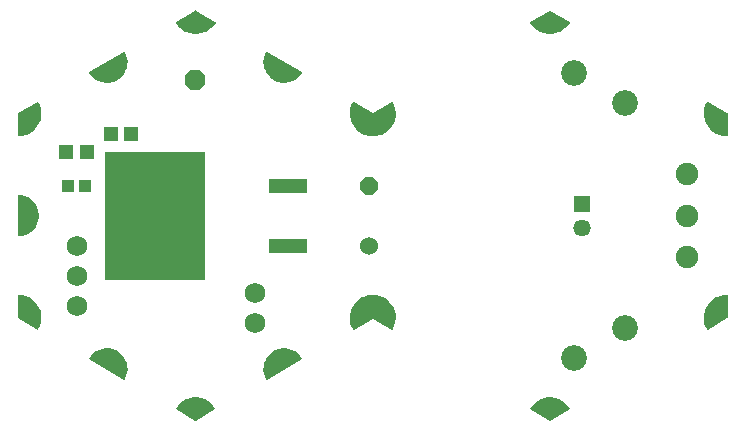
<source format=gbr>
G04 EAGLE Gerber RS-274X export*
G75*
%MOMM*%
%FSLAX34Y34*%
%LPD*%
%INSoldermask Top*%
%IPPOS*%
%AMOC8*
5,1,8,0,0,1.08239X$1,22.5*%
G01*
%ADD10R,1.003200X1.003200*%
%ADD11C,1.203200*%
%ADD12P,1.869504X8X22.500000*%
%ADD13R,1.203200X1.303200*%
%ADD14C,1.727200*%
%ADD15C,1.903200*%
%ADD16R,3.253200X1.219200*%
%ADD17R,8.583200X10.863200*%
%ADD18C,2.184400*%
%ADD19P,1.649562X8X112.500000*%
%ADD20C,1.524000*%
%ADD21R,1.461200X1.461200*%
%ADD22C,1.461200*%

G36*
X299252Y270303D02*
X299252Y270303D01*
X299265Y270302D01*
X302315Y270545D01*
X302347Y270554D01*
X302394Y270558D01*
X305366Y271286D01*
X305397Y271301D01*
X305442Y271312D01*
X305506Y271339D01*
X306682Y271838D01*
X307857Y272337D01*
X307858Y272337D01*
X308259Y272508D01*
X308287Y272527D01*
X308330Y272545D01*
X310918Y274177D01*
X310942Y274201D01*
X310982Y274225D01*
X313275Y276252D01*
X313295Y276279D01*
X313331Y276310D01*
X315269Y278678D01*
X315285Y278708D01*
X315314Y278744D01*
X316848Y281392D01*
X316858Y281424D01*
X316882Y281464D01*
X316935Y281604D01*
X317695Y283601D01*
X317885Y284100D01*
X317971Y284324D01*
X317976Y284357D01*
X317993Y284401D01*
X318609Y287398D01*
X318609Y287432D01*
X318618Y287478D01*
X318745Y290535D01*
X318740Y290569D01*
X318742Y290616D01*
X318377Y293654D01*
X318366Y293686D01*
X318361Y293732D01*
X317513Y296672D01*
X317497Y296702D01*
X317485Y296748D01*
X316176Y299514D01*
X316159Y299536D01*
X316149Y299563D01*
X316100Y299615D01*
X316057Y299673D01*
X316032Y299687D01*
X316013Y299708D01*
X315947Y299737D01*
X315885Y299773D01*
X315857Y299776D01*
X315831Y299788D01*
X315759Y299789D01*
X315688Y299798D01*
X315661Y299790D01*
X315632Y299791D01*
X315537Y299755D01*
X315497Y299744D01*
X315488Y299737D01*
X315476Y299733D01*
X299225Y290376D01*
X282974Y299733D01*
X282947Y299742D01*
X282923Y299758D01*
X282853Y299773D01*
X282785Y299796D01*
X282757Y299793D01*
X282729Y299799D01*
X282659Y299786D01*
X282587Y299780D01*
X282562Y299767D01*
X282534Y299761D01*
X282474Y299721D01*
X282411Y299688D01*
X282393Y299666D01*
X282369Y299650D01*
X282311Y299567D01*
X282284Y299535D01*
X282281Y299524D01*
X282274Y299514D01*
X280965Y296748D01*
X280957Y296715D01*
X280937Y296672D01*
X280089Y293732D01*
X280086Y293698D01*
X280073Y293654D01*
X279708Y290616D01*
X279711Y290582D01*
X279705Y290535D01*
X279832Y287478D01*
X279840Y287445D01*
X279841Y287398D01*
X280457Y284401D01*
X280470Y284370D01*
X280480Y284324D01*
X281568Y281464D01*
X281586Y281436D01*
X281603Y281392D01*
X283136Y278744D01*
X283158Y278718D01*
X283181Y278678D01*
X285119Y276310D01*
X285146Y276288D01*
X285175Y276252D01*
X287468Y274225D01*
X287497Y274209D01*
X287532Y274177D01*
X290120Y272545D01*
X290152Y272533D01*
X290191Y272508D01*
X293008Y271312D01*
X293041Y271305D01*
X293084Y271286D01*
X296056Y270558D01*
X296090Y270556D01*
X296135Y270545D01*
X299185Y270302D01*
X299214Y270306D01*
X299242Y270301D01*
X299252Y270303D01*
G37*
G36*
X315792Y106615D02*
X315792Y106615D01*
X315863Y106620D01*
X315888Y106633D01*
X315916Y106639D01*
X315976Y106679D01*
X316039Y106712D01*
X316057Y106734D01*
X316081Y106750D01*
X316139Y106833D01*
X316166Y106865D01*
X316169Y106876D01*
X316176Y106887D01*
X317485Y109653D01*
X317493Y109686D01*
X317513Y109728D01*
X318361Y112668D01*
X318364Y112702D01*
X318377Y112746D01*
X318742Y115784D01*
X318739Y115818D01*
X318745Y115865D01*
X318618Y118922D01*
X318610Y118955D01*
X318609Y119002D01*
X317993Y121999D01*
X317980Y122030D01*
X317971Y122076D01*
X316882Y124936D01*
X316864Y124965D01*
X316848Y125008D01*
X315314Y127656D01*
X315292Y127682D01*
X315269Y127723D01*
X313331Y130090D01*
X313304Y130112D01*
X313275Y130148D01*
X310982Y132175D01*
X310953Y132192D01*
X310918Y132223D01*
X308330Y133855D01*
X308298Y133867D01*
X308259Y133892D01*
X305442Y135088D01*
X305409Y135095D01*
X305366Y135114D01*
X302394Y135842D01*
X302360Y135844D01*
X302315Y135855D01*
X299265Y136098D01*
X299236Y136094D01*
X299208Y136099D01*
X299198Y136097D01*
X299185Y136098D01*
X296135Y135855D01*
X296103Y135846D01*
X296056Y135842D01*
X293084Y135114D01*
X293053Y135099D01*
X293008Y135088D01*
X292843Y135018D01*
X291668Y134519D01*
X290492Y134020D01*
X290191Y133892D01*
X290163Y133873D01*
X290120Y133855D01*
X287532Y132223D01*
X287508Y132199D01*
X287468Y132175D01*
X285175Y130148D01*
X285155Y130121D01*
X285119Y130090D01*
X283181Y127723D01*
X283165Y127692D01*
X283136Y127656D01*
X281603Y125008D01*
X281592Y124976D01*
X281568Y124936D01*
X280480Y122076D01*
X280474Y122043D01*
X280457Y121999D01*
X279841Y119002D01*
X279841Y118968D01*
X279832Y118922D01*
X279705Y115865D01*
X279710Y115831D01*
X279708Y115784D01*
X280073Y112746D01*
X280084Y112714D01*
X280089Y112668D01*
X280937Y109728D01*
X280953Y109698D01*
X280965Y109653D01*
X282274Y106887D01*
X282291Y106864D01*
X282301Y106837D01*
X282350Y106785D01*
X282393Y106727D01*
X282418Y106713D01*
X282437Y106692D01*
X282503Y106663D01*
X282565Y106627D01*
X282593Y106624D01*
X282619Y106612D01*
X282691Y106611D01*
X282762Y106602D01*
X282789Y106610D01*
X282818Y106610D01*
X282913Y106645D01*
X282953Y106656D01*
X282962Y106663D01*
X282974Y106667D01*
X299225Y116024D01*
X315476Y106667D01*
X315503Y106658D01*
X315527Y106642D01*
X315597Y106627D01*
X315665Y106604D01*
X315693Y106607D01*
X315721Y106601D01*
X315792Y106615D01*
G37*
G36*
X-748Y185704D02*
X-748Y185704D01*
X-734Y185702D01*
X2064Y185934D01*
X2098Y185944D01*
X2146Y185948D01*
X4867Y186637D01*
X4899Y186652D01*
X4945Y186664D01*
X7517Y187792D01*
X7545Y187812D01*
X7589Y187831D01*
X9940Y189367D01*
X9964Y189391D01*
X10005Y189417D01*
X12070Y191319D01*
X12083Y191336D01*
X12095Y191345D01*
X12106Y191361D01*
X12126Y191380D01*
X13851Y193595D01*
X13866Y193626D01*
X13896Y193664D01*
X15232Y196134D01*
X15242Y196167D01*
X15265Y196209D01*
X16177Y198865D01*
X16182Y198899D01*
X16197Y198945D01*
X16659Y201714D01*
X16658Y201749D01*
X16666Y201796D01*
X16666Y204604D01*
X16659Y204638D01*
X16659Y204686D01*
X16197Y207455D01*
X16185Y207488D01*
X16177Y207535D01*
X15265Y210191D01*
X15248Y210221D01*
X15232Y210266D01*
X13896Y212736D01*
X13874Y212762D01*
X13851Y212805D01*
X12126Y215020D01*
X12100Y215043D01*
X12070Y215081D01*
X10005Y216983D01*
X9975Y217001D01*
X9940Y217033D01*
X7589Y218569D01*
X7557Y218582D01*
X7517Y218608D01*
X4945Y219736D01*
X4912Y219743D01*
X4867Y219763D01*
X2146Y220452D01*
X2111Y220454D01*
X2064Y220466D01*
X-734Y220698D01*
X-763Y220694D01*
X-792Y220699D01*
X-861Y220683D01*
X-931Y220674D01*
X-957Y220660D01*
X-985Y220653D01*
X-1042Y220611D01*
X-1104Y220576D01*
X-1122Y220552D01*
X-1145Y220535D01*
X-1181Y220474D01*
X-1224Y220417D01*
X-1232Y220389D01*
X-1247Y220364D01*
X-1263Y220266D01*
X-1274Y220225D01*
X-1272Y220214D01*
X-1274Y220200D01*
X-1274Y186200D01*
X-1268Y186171D01*
X-1271Y186142D01*
X-1249Y186075D01*
X-1235Y186005D01*
X-1218Y185981D01*
X-1209Y185953D01*
X-1162Y185900D01*
X-1122Y185841D01*
X-1098Y185826D01*
X-1078Y185804D01*
X-1014Y185772D01*
X-955Y185734D01*
X-926Y185729D01*
X-900Y185717D01*
X-800Y185708D01*
X-758Y185701D01*
X-748Y185704D01*
G37*
G36*
X88991Y64314D02*
X88991Y64314D01*
X89062Y64320D01*
X89088Y64333D01*
X89116Y64339D01*
X89175Y64379D01*
X89238Y64411D01*
X89257Y64434D01*
X89281Y64450D01*
X89338Y64532D01*
X89365Y64565D01*
X89368Y64575D01*
X89376Y64587D01*
X90575Y67122D01*
X90583Y67156D01*
X90604Y67199D01*
X91369Y69897D01*
X91371Y69932D01*
X91385Y69978D01*
X91695Y72766D01*
X91692Y72794D01*
X91694Y72805D01*
X91693Y72810D01*
X91697Y72848D01*
X91545Y75648D01*
X91536Y75682D01*
X91533Y75730D01*
X90922Y78467D01*
X90908Y78499D01*
X90897Y78546D01*
X89844Y81145D01*
X89825Y81174D01*
X89807Y81218D01*
X88340Y83609D01*
X88316Y83634D01*
X88291Y83675D01*
X86450Y85791D01*
X86423Y85812D01*
X86391Y85849D01*
X84228Y87633D01*
X84197Y87649D01*
X84160Y87680D01*
X81732Y89084D01*
X81699Y89095D01*
X81657Y89119D01*
X79032Y90104D01*
X78997Y90110D01*
X78952Y90127D01*
X76200Y90666D01*
X76166Y90666D01*
X76118Y90675D01*
X73315Y90754D01*
X73281Y90749D01*
X73233Y90750D01*
X70454Y90367D01*
X70422Y90355D01*
X70374Y90349D01*
X67697Y89513D01*
X67666Y89496D01*
X67620Y89482D01*
X65117Y88218D01*
X65090Y88196D01*
X65047Y88174D01*
X62786Y86515D01*
X62763Y86489D01*
X62724Y86461D01*
X60767Y84452D01*
X60748Y84423D01*
X60714Y84388D01*
X59115Y82085D01*
X59103Y82058D01*
X59085Y82035D01*
X59064Y81967D01*
X59036Y81902D01*
X59036Y81873D01*
X59028Y81845D01*
X59036Y81774D01*
X59035Y81703D01*
X59046Y81676D01*
X59050Y81647D01*
X59084Y81585D01*
X59112Y81520D01*
X59133Y81499D01*
X59147Y81474D01*
X59223Y81411D01*
X59254Y81381D01*
X59264Y81377D01*
X59275Y81368D01*
X88675Y64368D01*
X88703Y64359D01*
X88727Y64342D01*
X88796Y64327D01*
X88864Y64305D01*
X88893Y64307D01*
X88921Y64301D01*
X88991Y64314D01*
G37*
G36*
X76118Y315725D02*
X76118Y315725D01*
X76152Y315733D01*
X76200Y315734D01*
X78952Y316273D01*
X78984Y316287D01*
X79032Y316296D01*
X81657Y317281D01*
X81687Y317299D01*
X81732Y317316D01*
X84160Y318720D01*
X84186Y318743D01*
X84228Y318767D01*
X86391Y320551D01*
X86413Y320578D01*
X86450Y320609D01*
X88291Y322725D01*
X88308Y322755D01*
X88340Y322791D01*
X89807Y325182D01*
X89818Y325214D01*
X89844Y325255D01*
X90897Y327854D01*
X90904Y327888D01*
X90922Y327933D01*
X91533Y330670D01*
X91534Y330705D01*
X91545Y330752D01*
X91697Y333552D01*
X91692Y333586D01*
X91695Y333634D01*
X91385Y336422D01*
X91374Y336455D01*
X91369Y336503D01*
X90604Y339201D01*
X90588Y339231D01*
X90575Y339278D01*
X89376Y341813D01*
X89359Y341837D01*
X89349Y341864D01*
X89300Y341916D01*
X89257Y341973D01*
X89232Y341987D01*
X89212Y342009D01*
X89147Y342037D01*
X89086Y342073D01*
X89057Y342076D01*
X89030Y342088D01*
X88959Y342089D01*
X88888Y342098D01*
X88860Y342090D01*
X88831Y342090D01*
X88738Y342056D01*
X88697Y342044D01*
X88688Y342037D01*
X88675Y342032D01*
X59275Y325032D01*
X59253Y325013D01*
X59227Y325000D01*
X59179Y324947D01*
X59126Y324900D01*
X59114Y324874D01*
X59094Y324852D01*
X59071Y324785D01*
X59041Y324721D01*
X59039Y324692D01*
X59030Y324664D01*
X59035Y324593D01*
X59032Y324522D01*
X59042Y324495D01*
X59044Y324466D01*
X59086Y324376D01*
X59101Y324336D01*
X59109Y324328D01*
X59115Y324315D01*
X60714Y322012D01*
X60740Y321988D01*
X60767Y321948D01*
X62724Y319939D01*
X62753Y319920D01*
X62786Y319885D01*
X65047Y318226D01*
X65078Y318211D01*
X65117Y318182D01*
X67620Y316918D01*
X67654Y316909D01*
X67697Y316887D01*
X70374Y316051D01*
X70408Y316048D01*
X70454Y316033D01*
X73233Y315650D01*
X73267Y315652D01*
X73315Y315646D01*
X76118Y315725D01*
G37*
G36*
X209590Y64310D02*
X209590Y64310D01*
X209619Y64310D01*
X209712Y64344D01*
X209753Y64356D01*
X209762Y64363D01*
X209775Y64368D01*
X239175Y81368D01*
X239197Y81387D01*
X239223Y81400D01*
X239271Y81453D01*
X239324Y81500D01*
X239336Y81526D01*
X239356Y81548D01*
X239379Y81615D01*
X239409Y81679D01*
X239411Y81708D01*
X239420Y81736D01*
X239415Y81807D01*
X239418Y81878D01*
X239408Y81905D01*
X239406Y81934D01*
X239364Y82024D01*
X239349Y82064D01*
X239341Y82072D01*
X239335Y82085D01*
X237736Y84388D01*
X237711Y84412D01*
X237683Y84452D01*
X235726Y86461D01*
X235697Y86480D01*
X235664Y86515D01*
X233403Y88174D01*
X233372Y88189D01*
X233333Y88218D01*
X230830Y89482D01*
X230796Y89491D01*
X230753Y89513D01*
X228076Y90349D01*
X228042Y90352D01*
X227996Y90367D01*
X225217Y90750D01*
X225183Y90748D01*
X225135Y90754D01*
X222332Y90675D01*
X222298Y90667D01*
X222250Y90666D01*
X219498Y90127D01*
X219466Y90113D01*
X219418Y90104D01*
X216793Y89119D01*
X216763Y89101D01*
X216718Y89084D01*
X214290Y87680D01*
X214264Y87657D01*
X214223Y87633D01*
X212059Y85849D01*
X212037Y85822D01*
X212000Y85791D01*
X210159Y83675D01*
X210142Y83645D01*
X210111Y83609D01*
X208643Y81218D01*
X208632Y81186D01*
X208606Y81145D01*
X207553Y78546D01*
X207546Y78512D01*
X207528Y78467D01*
X206917Y75730D01*
X206916Y75695D01*
X206905Y75648D01*
X206753Y72848D01*
X206758Y72814D01*
X206755Y72766D01*
X207065Y69978D01*
X207076Y69945D01*
X207081Y69897D01*
X207846Y67199D01*
X207862Y67169D01*
X207875Y67122D01*
X209074Y64587D01*
X209091Y64563D01*
X209101Y64536D01*
X209150Y64484D01*
X209193Y64427D01*
X209218Y64413D01*
X209238Y64392D01*
X209303Y64363D01*
X209365Y64327D01*
X209393Y64324D01*
X209420Y64312D01*
X209491Y64311D01*
X209562Y64302D01*
X209590Y64310D01*
G37*
G36*
X225169Y315652D02*
X225169Y315652D01*
X225217Y315650D01*
X227996Y316033D01*
X228028Y316045D01*
X228076Y316051D01*
X230753Y316887D01*
X230784Y316904D01*
X230830Y316918D01*
X233333Y318182D01*
X233360Y318204D01*
X233403Y318226D01*
X235664Y319885D01*
X235687Y319911D01*
X235726Y319939D01*
X237683Y321948D01*
X237702Y321977D01*
X237736Y322012D01*
X239335Y324315D01*
X239347Y324342D01*
X239365Y324365D01*
X239386Y324433D01*
X239414Y324498D01*
X239414Y324527D01*
X239422Y324555D01*
X239414Y324626D01*
X239415Y324697D01*
X239404Y324724D01*
X239400Y324753D01*
X239366Y324815D01*
X239338Y324880D01*
X239317Y324901D01*
X239303Y324926D01*
X239227Y324989D01*
X239196Y325019D01*
X239186Y325023D01*
X239175Y325032D01*
X209775Y342032D01*
X209747Y342041D01*
X209723Y342058D01*
X209654Y342073D01*
X209586Y342095D01*
X209557Y342093D01*
X209529Y342099D01*
X209459Y342086D01*
X209388Y342080D01*
X209362Y342067D01*
X209334Y342061D01*
X209275Y342021D01*
X209212Y341989D01*
X209193Y341966D01*
X209169Y341950D01*
X209112Y341868D01*
X209085Y341835D01*
X209082Y341825D01*
X209074Y341813D01*
X207875Y339278D01*
X207867Y339244D01*
X207846Y339201D01*
X207081Y336503D01*
X207079Y336468D01*
X207065Y336422D01*
X206755Y333634D01*
X206757Y333607D01*
X206757Y333602D01*
X206758Y333597D01*
X206753Y333552D01*
X206905Y330752D01*
X206914Y330718D01*
X206917Y330670D01*
X207528Y327933D01*
X207542Y327901D01*
X207553Y327854D01*
X208606Y325255D01*
X208625Y325226D01*
X208643Y325182D01*
X210111Y322791D01*
X210134Y322766D01*
X210159Y322725D01*
X212000Y320609D01*
X212027Y320588D01*
X212059Y320551D01*
X214223Y318767D01*
X214253Y318751D01*
X214290Y318720D01*
X216718Y317316D01*
X216751Y317305D01*
X216793Y317281D01*
X219418Y316296D01*
X219453Y316290D01*
X219498Y316273D01*
X222250Y315734D01*
X222285Y315734D01*
X222332Y315725D01*
X225135Y315646D01*
X225169Y315652D01*
G37*
G36*
X-767Y270264D02*
X-767Y270264D01*
X-753Y270263D01*
X2303Y270510D01*
X2336Y270519D01*
X2382Y270523D01*
X5359Y271256D01*
X5390Y271271D01*
X5436Y271282D01*
X8257Y272484D01*
X8284Y272503D01*
X8328Y272521D01*
X10919Y274160D01*
X10944Y274183D01*
X10983Y274208D01*
X13278Y276241D01*
X13299Y276268D01*
X13334Y276299D01*
X15273Y278674D01*
X15289Y278704D01*
X15319Y278740D01*
X16852Y281396D01*
X16863Y281428D01*
X16887Y281468D01*
X17974Y284335D01*
X17979Y284369D01*
X17996Y284413D01*
X18609Y287417D01*
X18610Y287451D01*
X18619Y287497D01*
X18743Y290560D01*
X18737Y290594D01*
X18739Y290640D01*
X18370Y293684D01*
X18359Y293717D01*
X18354Y293763D01*
X17501Y296708D01*
X17485Y296738D01*
X17472Y296783D01*
X16158Y299553D01*
X16140Y299577D01*
X16130Y299604D01*
X16081Y299656D01*
X16038Y299713D01*
X16013Y299727D01*
X15993Y299748D01*
X15928Y299777D01*
X15866Y299812D01*
X15838Y299816D01*
X15811Y299828D01*
X15740Y299828D01*
X15669Y299837D01*
X15641Y299829D01*
X15612Y299830D01*
X15519Y299795D01*
X15478Y299783D01*
X15469Y299776D01*
X15457Y299771D01*
X-1021Y290232D01*
X-1078Y290181D01*
X-1140Y290136D01*
X-1152Y290116D01*
X-1170Y290100D01*
X-1203Y290031D01*
X-1242Y289965D01*
X-1246Y289939D01*
X-1255Y289921D01*
X-1257Y289876D01*
X-1270Y289801D01*
X-1293Y270761D01*
X-1287Y270733D01*
X-1289Y270704D01*
X-1267Y270636D01*
X-1253Y270566D01*
X-1237Y270542D01*
X-1228Y270515D01*
X-1181Y270461D01*
X-1141Y270402D01*
X-1117Y270387D01*
X-1098Y270365D01*
X-1033Y270333D01*
X-973Y270295D01*
X-945Y270290D01*
X-919Y270277D01*
X-819Y270269D01*
X-777Y270262D01*
X-767Y270264D01*
G37*
G36*
X15772Y106575D02*
X15772Y106575D01*
X15843Y106580D01*
X15869Y106594D01*
X15897Y106599D01*
X15957Y106639D01*
X16020Y106672D01*
X16038Y106694D01*
X16062Y106710D01*
X16120Y106792D01*
X16147Y106825D01*
X16150Y106835D01*
X16158Y106847D01*
X17472Y109617D01*
X17480Y109650D01*
X17501Y109692D01*
X18354Y112637D01*
X18356Y112671D01*
X18370Y112716D01*
X18739Y115760D01*
X18737Y115793D01*
X18743Y115840D01*
X18619Y118904D01*
X18611Y118936D01*
X18609Y118983D01*
X17996Y121988D01*
X17983Y122019D01*
X17974Y122065D01*
X16887Y124932D01*
X16868Y124960D01*
X16852Y125004D01*
X15319Y127660D01*
X15296Y127685D01*
X15273Y127726D01*
X13334Y130101D01*
X13308Y130122D01*
X13278Y130159D01*
X10983Y132192D01*
X10954Y132209D01*
X10919Y132240D01*
X8328Y133879D01*
X8296Y133891D01*
X8257Y133916D01*
X5436Y135118D01*
X5402Y135125D01*
X5359Y135144D01*
X2382Y135877D01*
X2348Y135879D01*
X2303Y135890D01*
X-753Y136137D01*
X-782Y136134D01*
X-810Y136138D01*
X-880Y136122D01*
X-951Y136113D01*
X-976Y136099D01*
X-1004Y136092D01*
X-1061Y136050D01*
X-1123Y136014D01*
X-1141Y135991D01*
X-1164Y135974D01*
X-1200Y135913D01*
X-1243Y135856D01*
X-1250Y135828D01*
X-1265Y135803D01*
X-1282Y135704D01*
X-1292Y135663D01*
X-1290Y135652D01*
X-1293Y135639D01*
X-1270Y116599D01*
X-1254Y116524D01*
X-1246Y116448D01*
X-1235Y116427D01*
X-1230Y116405D01*
X-1186Y116341D01*
X-1149Y116274D01*
X-1129Y116258D01*
X-1117Y116241D01*
X-1080Y116217D01*
X-1021Y116168D01*
X15457Y106629D01*
X15484Y106619D01*
X15508Y106603D01*
X15577Y106588D01*
X15645Y106565D01*
X15674Y106567D01*
X15702Y106561D01*
X15772Y106575D01*
G37*
G36*
X449241Y29511D02*
X449241Y29511D01*
X449318Y29510D01*
X449342Y29519D01*
X449363Y29520D01*
X449402Y29541D01*
X449474Y29567D01*
X465974Y39067D01*
X465996Y39086D01*
X466022Y39099D01*
X466056Y39137D01*
X466059Y39139D01*
X466062Y39143D01*
X466070Y39152D01*
X466123Y39199D01*
X466136Y39225D01*
X466155Y39247D01*
X466178Y39314D01*
X466209Y39378D01*
X466211Y39407D01*
X466220Y39434D01*
X466215Y39506D01*
X466218Y39577D01*
X466208Y39604D01*
X466206Y39633D01*
X466164Y39723D01*
X466149Y39763D01*
X466142Y39771D01*
X466136Y39784D01*
X464394Y42307D01*
X464370Y42331D01*
X464343Y42369D01*
X462219Y44581D01*
X462191Y44600D01*
X462159Y44634D01*
X459708Y46476D01*
X459677Y46490D01*
X459640Y46519D01*
X456925Y47944D01*
X456892Y47953D01*
X456851Y47975D01*
X453943Y48946D01*
X453916Y48949D01*
X453907Y48951D01*
X453865Y48965D01*
X450838Y49457D01*
X450804Y49456D01*
X450758Y49464D01*
X447692Y49464D01*
X447659Y49457D01*
X447612Y49457D01*
X444585Y48965D01*
X444554Y48953D01*
X444507Y48946D01*
X441599Y47975D01*
X441570Y47958D01*
X441525Y47944D01*
X438810Y46519D01*
X438784Y46497D01*
X438742Y46476D01*
X436291Y44634D01*
X436268Y44609D01*
X436231Y44581D01*
X434107Y42369D01*
X434089Y42341D01*
X434056Y42307D01*
X432314Y39784D01*
X432303Y39757D01*
X432284Y39735D01*
X432264Y39666D01*
X432236Y39601D01*
X432236Y39572D01*
X432228Y39544D01*
X432236Y39473D01*
X432236Y39402D01*
X432247Y39375D01*
X432250Y39346D01*
X432285Y39284D01*
X432313Y39219D01*
X432333Y39198D01*
X432348Y39173D01*
X432411Y39121D01*
X432415Y39116D01*
X432424Y39110D01*
X432425Y39110D01*
X432455Y39080D01*
X432465Y39076D01*
X432476Y39067D01*
X448976Y29567D01*
X449049Y29543D01*
X449119Y29512D01*
X449143Y29512D01*
X449165Y29504D01*
X449241Y29511D01*
G37*
G36*
X149241Y29511D02*
X149241Y29511D01*
X149318Y29510D01*
X149342Y29519D01*
X149363Y29520D01*
X149402Y29541D01*
X149474Y29567D01*
X165974Y39067D01*
X165996Y39086D01*
X166022Y39099D01*
X166056Y39137D01*
X166059Y39139D01*
X166062Y39143D01*
X166070Y39152D01*
X166123Y39199D01*
X166136Y39225D01*
X166155Y39247D01*
X166178Y39314D01*
X166209Y39378D01*
X166211Y39407D01*
X166220Y39434D01*
X166215Y39506D01*
X166218Y39577D01*
X166208Y39604D01*
X166206Y39633D01*
X166164Y39723D01*
X166149Y39763D01*
X166142Y39771D01*
X166136Y39784D01*
X164394Y42307D01*
X164370Y42331D01*
X164343Y42369D01*
X162219Y44581D01*
X162191Y44600D01*
X162159Y44634D01*
X159708Y46476D01*
X159677Y46490D01*
X159640Y46519D01*
X156925Y47944D01*
X156892Y47953D01*
X156851Y47975D01*
X153943Y48946D01*
X153916Y48949D01*
X153907Y48951D01*
X153865Y48965D01*
X150838Y49457D01*
X150804Y49456D01*
X150758Y49464D01*
X147692Y49464D01*
X147659Y49457D01*
X147612Y49457D01*
X144585Y48965D01*
X144554Y48953D01*
X144507Y48946D01*
X141599Y47975D01*
X141570Y47958D01*
X141525Y47944D01*
X138810Y46519D01*
X138784Y46497D01*
X138742Y46476D01*
X136291Y44634D01*
X136268Y44609D01*
X136231Y44581D01*
X134107Y42369D01*
X134089Y42341D01*
X134056Y42307D01*
X132314Y39784D01*
X132303Y39757D01*
X132284Y39735D01*
X132264Y39666D01*
X132236Y39601D01*
X132236Y39572D01*
X132228Y39544D01*
X132236Y39473D01*
X132236Y39402D01*
X132247Y39375D01*
X132250Y39346D01*
X132285Y39284D01*
X132313Y39219D01*
X132333Y39198D01*
X132348Y39173D01*
X132411Y39121D01*
X132415Y39116D01*
X132424Y39110D01*
X132425Y39110D01*
X132455Y39080D01*
X132465Y39076D01*
X132476Y39067D01*
X148976Y29567D01*
X149049Y29543D01*
X149119Y29512D01*
X149143Y29512D01*
X149165Y29504D01*
X149241Y29511D01*
G37*
G36*
X150791Y356943D02*
X150791Y356943D01*
X150838Y356943D01*
X153865Y357435D01*
X153896Y357447D01*
X153943Y357454D01*
X156851Y358425D01*
X156881Y358442D01*
X156925Y358456D01*
X159640Y359881D01*
X159666Y359903D01*
X159708Y359924D01*
X162159Y361766D01*
X162182Y361791D01*
X162219Y361819D01*
X164343Y364031D01*
X164361Y364059D01*
X164394Y364093D01*
X166136Y366616D01*
X166147Y366643D01*
X166166Y366665D01*
X166186Y366734D01*
X166214Y366799D01*
X166214Y366828D01*
X166222Y366856D01*
X166214Y366927D01*
X166215Y366998D01*
X166203Y367025D01*
X166200Y367054D01*
X166165Y367116D01*
X166137Y367181D01*
X166117Y367202D01*
X166102Y367227D01*
X166025Y367290D01*
X165995Y367320D01*
X165985Y367324D01*
X165974Y367333D01*
X149474Y376833D01*
X149401Y376857D01*
X149331Y376888D01*
X149307Y376888D01*
X149285Y376896D01*
X149209Y376890D01*
X149132Y376891D01*
X149108Y376881D01*
X149087Y376880D01*
X149048Y376859D01*
X148976Y376833D01*
X132476Y367333D01*
X132454Y367314D01*
X132428Y367301D01*
X132380Y367248D01*
X132327Y367201D01*
X132314Y367175D01*
X132295Y367154D01*
X132272Y367086D01*
X132241Y367022D01*
X132240Y366993D01*
X132230Y366966D01*
X132235Y366894D01*
X132232Y366823D01*
X132242Y366796D01*
X132244Y366767D01*
X132286Y366677D01*
X132301Y366637D01*
X132308Y366629D01*
X132314Y366616D01*
X134056Y364093D01*
X134080Y364069D01*
X134107Y364031D01*
X136231Y361819D01*
X136259Y361800D01*
X136291Y361766D01*
X138742Y359924D01*
X138773Y359910D01*
X138810Y359881D01*
X141525Y358456D01*
X141558Y358447D01*
X141599Y358425D01*
X144507Y357454D01*
X144541Y357450D01*
X144585Y357435D01*
X147612Y356943D01*
X147646Y356944D01*
X147692Y356936D01*
X150758Y356936D01*
X150791Y356943D01*
G37*
G36*
X450791Y356943D02*
X450791Y356943D01*
X450838Y356943D01*
X453865Y357435D01*
X453896Y357447D01*
X453943Y357454D01*
X456851Y358425D01*
X456881Y358442D01*
X456925Y358456D01*
X459640Y359881D01*
X459666Y359903D01*
X459708Y359924D01*
X462159Y361766D01*
X462182Y361791D01*
X462219Y361819D01*
X464343Y364031D01*
X464361Y364059D01*
X464394Y364093D01*
X466136Y366616D01*
X466147Y366643D01*
X466166Y366665D01*
X466186Y366734D01*
X466214Y366799D01*
X466214Y366828D01*
X466222Y366856D01*
X466214Y366927D01*
X466215Y366998D01*
X466203Y367025D01*
X466200Y367054D01*
X466165Y367116D01*
X466137Y367181D01*
X466117Y367202D01*
X466102Y367227D01*
X466025Y367290D01*
X465995Y367320D01*
X465985Y367324D01*
X465974Y367333D01*
X449474Y376833D01*
X449401Y376857D01*
X449331Y376888D01*
X449307Y376888D01*
X449285Y376896D01*
X449209Y376890D01*
X449132Y376891D01*
X449108Y376881D01*
X449087Y376880D01*
X449048Y376859D01*
X448976Y376833D01*
X432476Y367333D01*
X432454Y367314D01*
X432428Y367301D01*
X432380Y367248D01*
X432327Y367201D01*
X432314Y367175D01*
X432295Y367154D01*
X432272Y367086D01*
X432241Y367022D01*
X432240Y366993D01*
X432230Y366966D01*
X432235Y366894D01*
X432232Y366823D01*
X432242Y366796D01*
X432244Y366767D01*
X432286Y366677D01*
X432301Y366637D01*
X432308Y366629D01*
X432314Y366616D01*
X434056Y364093D01*
X434080Y364069D01*
X434107Y364031D01*
X436231Y361819D01*
X436259Y361800D01*
X436291Y361766D01*
X438742Y359924D01*
X438773Y359910D01*
X438810Y359881D01*
X441525Y358456D01*
X441558Y358447D01*
X441599Y358425D01*
X444507Y357454D01*
X444541Y357450D01*
X444585Y357435D01*
X447612Y356943D01*
X447646Y356944D01*
X447692Y356936D01*
X450758Y356936D01*
X450791Y356943D01*
G37*
G36*
X599311Y270318D02*
X599311Y270318D01*
X599383Y270326D01*
X599407Y270341D01*
X599435Y270347D01*
X599493Y270390D01*
X599555Y270426D01*
X599572Y270448D01*
X599595Y270465D01*
X599632Y270527D01*
X599675Y270584D01*
X599682Y270612D01*
X599697Y270636D01*
X599713Y270736D01*
X599724Y270777D01*
X599722Y270787D01*
X599724Y270800D01*
X599724Y289800D01*
X599709Y289876D01*
X599700Y289954D01*
X599689Y289973D01*
X599685Y289995D01*
X599641Y290059D01*
X599602Y290127D01*
X599583Y290143D01*
X599572Y290159D01*
X599534Y290183D01*
X599474Y290233D01*
X582974Y299733D01*
X582947Y299742D01*
X582923Y299758D01*
X582853Y299773D01*
X582785Y299796D01*
X582757Y299793D01*
X582729Y299799D01*
X582659Y299786D01*
X582587Y299780D01*
X582562Y299767D01*
X582534Y299761D01*
X582474Y299721D01*
X582411Y299688D01*
X582393Y299666D01*
X582369Y299650D01*
X582311Y299567D01*
X582284Y299535D01*
X582281Y299524D01*
X582274Y299514D01*
X580965Y296748D01*
X580957Y296715D01*
X580937Y296672D01*
X580089Y293732D01*
X580086Y293698D01*
X580073Y293654D01*
X579708Y290616D01*
X579711Y290582D01*
X579705Y290535D01*
X579832Y287478D01*
X579840Y287445D01*
X579841Y287398D01*
X580457Y284401D01*
X580470Y284370D01*
X580480Y284324D01*
X581568Y281464D01*
X581586Y281436D01*
X581603Y281392D01*
X583136Y278744D01*
X583158Y278718D01*
X583181Y278678D01*
X585119Y276310D01*
X585146Y276288D01*
X585175Y276252D01*
X587468Y274225D01*
X587497Y274209D01*
X587532Y274177D01*
X590120Y272545D01*
X590152Y272533D01*
X590191Y272508D01*
X593008Y271312D01*
X593041Y271305D01*
X593084Y271286D01*
X596056Y270558D01*
X596090Y270556D01*
X596135Y270545D01*
X599185Y270302D01*
X599214Y270306D01*
X599242Y270301D01*
X599311Y270318D01*
G37*
G36*
X582789Y106610D02*
X582789Y106610D01*
X582818Y106610D01*
X582913Y106645D01*
X582953Y106656D01*
X582962Y106663D01*
X582974Y106667D01*
X599474Y116167D01*
X599533Y116219D01*
X599595Y116265D01*
X599606Y116284D01*
X599623Y116299D01*
X599657Y116369D01*
X599697Y116436D01*
X599701Y116461D01*
X599709Y116478D01*
X599711Y116523D01*
X599724Y116600D01*
X599724Y135600D01*
X599719Y135628D01*
X599721Y135656D01*
X599699Y135724D01*
X599685Y135795D01*
X599669Y135818D01*
X599660Y135845D01*
X599613Y135900D01*
X599572Y135959D01*
X599548Y135974D01*
X599530Y135996D01*
X599465Y136027D01*
X599405Y136066D01*
X599377Y136071D01*
X599351Y136083D01*
X599250Y136092D01*
X599208Y136099D01*
X599198Y136097D01*
X599185Y136098D01*
X596135Y135855D01*
X596103Y135846D01*
X596056Y135842D01*
X593084Y135114D01*
X593053Y135099D01*
X593008Y135088D01*
X592843Y135018D01*
X591668Y134519D01*
X590492Y134020D01*
X590191Y133892D01*
X590163Y133873D01*
X590120Y133855D01*
X587532Y132223D01*
X587508Y132199D01*
X587468Y132175D01*
X585175Y130148D01*
X585155Y130121D01*
X585119Y130090D01*
X583181Y127723D01*
X583165Y127692D01*
X583136Y127656D01*
X581603Y125008D01*
X581592Y124976D01*
X581568Y124936D01*
X580480Y122076D01*
X580474Y122043D01*
X580457Y121999D01*
X579841Y119002D01*
X579841Y118968D01*
X579832Y118922D01*
X579705Y115865D01*
X579710Y115831D01*
X579708Y115784D01*
X580073Y112746D01*
X580084Y112714D01*
X580089Y112668D01*
X580937Y109728D01*
X580953Y109698D01*
X580965Y109653D01*
X582274Y106887D01*
X582291Y106864D01*
X582301Y106837D01*
X582350Y106785D01*
X582393Y106727D01*
X582418Y106713D01*
X582437Y106692D01*
X582503Y106663D01*
X582565Y106627D01*
X582593Y106624D01*
X582619Y106612D01*
X582691Y106611D01*
X582762Y106602D01*
X582789Y106610D01*
G37*
D10*
X40919Y228600D03*
X55919Y228600D03*
D11*
X149225Y368400D03*
X299945Y280720D03*
X299945Y125680D03*
X149225Y38000D03*
X77725Y327100D03*
X220725Y327100D03*
X220725Y79300D03*
X77725Y79300D03*
X449225Y368400D03*
X592325Y285800D03*
X592325Y120600D03*
X449225Y38000D03*
X6158Y285800D03*
X6158Y120600D03*
X6125Y203200D03*
D12*
X148431Y318294D03*
D13*
X56919Y257175D03*
X39919Y257175D03*
X77860Y272288D03*
X94860Y272288D03*
D14*
X49213Y177800D03*
X49213Y152400D03*
X49213Y127000D03*
D15*
X565229Y168200D03*
X565229Y203200D03*
X565229Y238200D03*
D14*
X199231Y111919D03*
X199231Y137319D03*
D16*
X227806Y177800D03*
D17*
X114756Y203200D03*
D16*
X227806Y228600D03*
D18*
X469532Y83033D03*
X513130Y108102D03*
X512801Y298825D03*
X469290Y324047D03*
D19*
X296069Y228600D03*
D20*
X296069Y177800D03*
D21*
X476250Y213000D03*
D22*
X476250Y193000D03*
M02*

</source>
